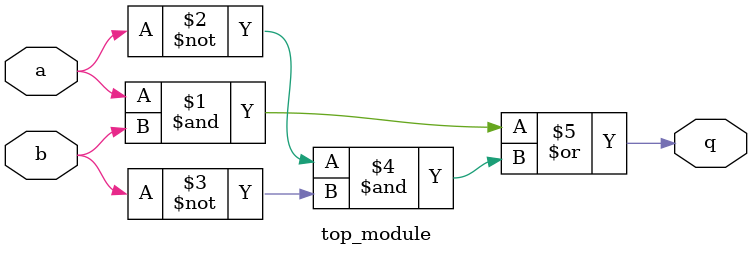
<source format=sv>
module top_module (
    input a, 
    input b, 
    output q
);

// Implement the logic based on the given simulation waveforms
assign q = (a & b) | (~a & ~b);

endmodule

</source>
